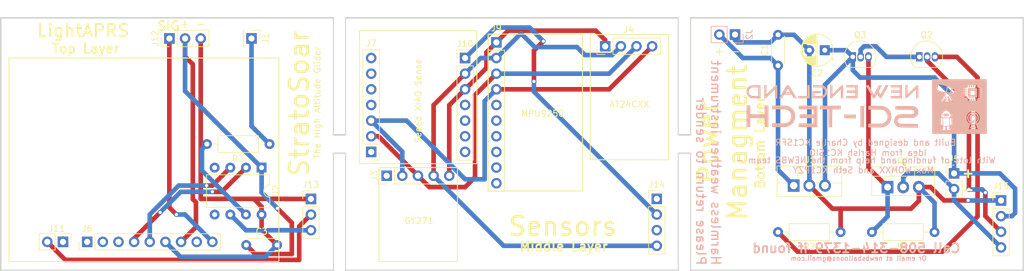
<source format=kicad_pcb>
(kicad_pcb (version 20211014) (generator pcbnew)
  (layers (0 "F.Cu" signal) (31 "B.Cu" signal) (34 "B.Paste" user) (35 "F.Paste" user) (36 "B.SilkS" user "B.Silkscreen") (37 "F.SilkS" user "F.Silkscreen") (38 "B.Mask" user) (39 "F.Mask" user) (44 "Edge.Cuts" user))
  (net 0 "")
  (net 1 "VIN")
  (net 2 "CameraGND")
  (net 3 "CameraVIN")
  (net 5 "SDA1")
  (net 6 "SCL1")
  (net 7 "Net-(J10-Pad3)")
  (net 8 "SIG")
  (net 11 "SDA")
  (net 12 "SCL")
  (net 13 "+3.3V")
  (net 30 "Net-(Q1-Pad1)")
  (net 31 "Net-(Q2-Pad1)")
  (net 32 "Net-(Q2-Pad3)")
  (net 36 "Net-(U2-Pad7)")
  (net 37 "SIG1")
  (net 38 "Net-(J1-Pad1)")
  (footprint "Resistor_THT:R_Axial_DIN0207_L6.3mm_D2.5mm_P10.16mm_Horizontal" (layer "F.Cu") (at 41.275 139.7 180)
    (fp_text reference "R3" (at 5.08 -2.37) (layer "F.SilkS"))
    (fp_text value "5.1K")
    (pad "1" thru_hole circle (at 0 0 180) (size 1.6 1.6) (drill 0.8) (layers *.Cu *.Mask) (net 38 "Net-(J1-Pad1)"))
    (pad "2" thru_hole oval (at 10.16 0 180) (size 1.6 1.6) (drill 0.8) (layers *.Cu *.Mask) (net 36 "Net-(U2-Pad7)"))
  )
  (footprint "Capacitor_THT:CP_Radial_D5.0mm_P2.50mm" (layer "F.Cu") (at 131.405 124.46 180)
    (fp_text reference "C2" (at 1.25 -3.75) (layer "F.SilkS"))
    (fp_text value "22uF")
    (pad "1" thru_hole rect (at 0 0 180) (size 1.6 1.6) (drill 0.8) (layers *.Cu *.Mask) (net 3 "CameraVIN"))
    (pad "2" thru_hole circle (at 2.5 0 180) (size 1.6 1.6) (drill 0.8) (layers *.Cu *.Mask) (net 2 "CameraGND"))
  )
  (footprint "Package_TO_SOT_THT:TO-92L_Inline" (layer "F.Cu") (at 146.755 125.545)
    (fp_text reference "Q2" (at 1.19 -3.56) (layer "F.SilkS"))
    (fp_text value "BC547")
    (pad "1" thru_hole rect (at 0 0) (size 1.05 1.5) (drill 0.75) (layers *.Cu *.Mask) (net 31 "Net-(Q2-Pad1)"))
    (pad "2" thru_hole oval (at 1.27 0) (size 1.05 1.5) (drill 0.75) (layers *.Cu *.Mask) (net 37 "SIG1"))
    (pad "3" thru_hole oval (at 2.54 0) (size 1.05 1.5) (drill 0.75) (layers *.Cu *.Mask) (net 32 "Net-(Q2-Pad3)"))
  )
  (footprint "Connector_PinHeader_2.54mm:PinHeader_1x04_P2.54mm_Vertical" (layer "F.Cu") (at 104.14 148.59)
    (fp_text reference "J14" (at 0 -2.33) (layer "F.SilkS"))
    (fp_text value "secondLayer")
    (pad "1" thru_hole rect (at 0 0) (size 1.7 1.7) (drill 1) (layers *.Cu *.Mask) (net 2 "CameraGND"))
    (pad "2" thru_hole oval (at 0 2.54) (size 1.7 1.7) (drill 1) (layers *.Cu *.Mask) (net 3 "CameraVIN"))
    (pad "3" thru_hole oval (at 0 5.08) (size 1.7 1.7) (drill 1) (layers *.Cu *.Mask) (net 37 "SIG1"))
    (pad "4" thru_hole oval (at 0 7.62) (size 1.7 1.7) (drill 1) (layers *.Cu *.Mask) (net 2 "CameraGND"))
  )
  (footprint "Connector_PinHeader_2.54mm:PinHeader_1x02_P2.54mm_Vertical" (layer "F.Cu") (at 7.752 155.575 -90)
    (fp_text reference "J11" (at -2.159 1.021) (layer "F.SilkS"))
    (fp_text value "APRSPower")
    (pad "1" thru_hole rect (at 0 0 270) (size 1.7 1.7) (drill 1) (layers *.Cu *.Mask) (net 2 "CameraGND"))
    (pad "2" thru_hole oval (at 0 2.54 270) (size 1.7 1.7) (drill 1) (layers *.Cu *.Mask) (net 3 "CameraVIN"))
  )
  (footprint "Connector_PinHeader_2.54mm:PinHeader_1x04_P2.54mm_Vertical" (layer "F.Cu") (at 160.02 148.854)
    (fp_text reference "J15" (at 0 -2.33) (layer "F.SilkS"))
    (fp_text value "firstLayer")
    (pad "1" thru_hole rect (at 0 0) (size 1.7 1.7) (drill 1) (layers *.Cu *.Mask) (net 2 "CameraGND"))
    (pad "2" thru_hole oval (at 0 2.54) (size 1.7 1.7) (drill 1) (layers *.Cu *.Mask) (net 3 "CameraVIN"))
    (pad "3" thru_hole oval (at 0 5.08) (size 1.7 1.7) (drill 1) (layers *.Cu *.Mask) (net 37 "SIG1"))
    (pad "4" thru_hole oval (at 0 7.62) (size 1.7 1.7) (drill 1) (layers *.Cu *.Mask) (net 2 "CameraGND"))
  )
  (footprint "Package_TO_SOT_THT:TO-220F-3_Vertical" (layer "F.Cu") (at 126.365 146.4275)
    (fp_text reference "U1" (at 2.54 -4.1675) (layer "F.SilkS"))
    (fp_text value "BA50DD0T")
    (pad "1" thru_hole rect (at 0 0) (size 1.905 2) (drill 1.2) (layers *.Cu *.Mask) (net 1 "VIN"))
    (pad "2" thru_hole oval (at 2.54 0) (size 1.905 2) (drill 1.2) (layers *.Cu *.Mask) (net 2 "CameraGND"))
    (pad "3" thru_hole oval (at 5.08 0) (size 1.905 2) (drill 1.2) (layers *.Cu *.Mask) (net 3 "CameraVIN"))
  )
  (footprint "Capacitor_THT:C_Disc_D4.3mm_W1.9mm_P5.00mm" (layer "F.Cu") (at 123.825 126.96 90)
    (fp_text reference "C1" (at 2.5 -2.2 90) (layer "F.SilkS"))
    (fp_text value "0.47uF")
    (pad "1" thru_hole circle (at 0 0 90) (size 1.6 1.6) (drill 0.8) (layers *.Cu *.Mask) (net 1 "VIN"))
    (pad "2" thru_hole circle (at 5 0 90) (size 1.6 1.6) (drill 0.8) (layers *.Cu *.Mask) (net 2 "CameraGND"))
  )
  (footprint "Connector_PinHeader_2.54mm:PinHeader_1x04_P2.54mm_Vertical" (layer "F.Cu") (at 95.768 123.825 90)
    (fp_text reference "J4" (at 2.667 3.8 180) (layer "F.SilkS"))
    (fp_text value "EEPROM")
    (pad "1" thru_hole rect (at 0 0 90) (size 1.7 1.7) (drill 1) (layers *.Cu *.Mask) (net 7 "Net-(J10-Pad3)"))
    (pad "2" thru_hole oval (at 0 2.54 90) (size 1.7 1.7) (drill 1) (layers *.Cu *.Mask) (net 2 "CameraGND"))
    (pad "3" thru_hole oval (at 0 5.08 90) (size 1.7 1.7) (drill 1) (layers *.Cu *.Mask) (net 6 "SCL1"))
    (pad "4" thru_hole oval (at 0 7.62 90) (size 1.7 1.7) (drill 1) (layers *.Cu *.Mask) (net 5 "SDA1"))
  )
  (footprint "Connector_PinHeader_2.54mm:PinHeader_1x07_P2.54mm_Vertical" (layer "F.Cu") (at 57.785 140.97 180)
    (fp_text reference "J7" (at 0 17.653) (layer "F.SilkS"))
    (fp_text value "seeedLeftSide")
    (pad "1" thru_hole rect (at 0 0 180) (size 1.7 1.7) (drill 1) (layers *.Cu *.Mask))
    (pad "2" thru_hole oval (at 0 2.54 180) (size 1.7 1.7) (drill 1) (layers *.Cu *.Mask) (net 6 "SCL1"))
    (pad "3" thru_hole oval (at 0 5.08 180) (size 1.7 1.7) (drill 1) (layers *.Cu *.Mask) (net 5 "SDA1"))
    (pad "4" thru_hole oval (at 0 7.62 180) (size 1.7 1.7) (drill 1) (layers *.Cu *.Mask))
    (pad "5" thru_hole oval (at 0 10.16 180) (size 1.7 1.7) (drill 1) (layers *.Cu *.Mask))
    (pad "6" thru_hole oval (at 0 12.7 180) (size 1.7 1.7) (drill 1) (layers *.Cu *.Mask))
    (pad "7" thru_hole oval (at 0 15.24 180) (size 1.7 1.7) (drill 1) (layers *.Cu *.Mask))
  )
  (footprint "Package_TO_SOT_THT:TO-220-3_Vertical" (layer "F.Cu") (at 141.605 146.6775)
    (fp_text reference "Q1" (at 2.54 -4.27) (layer "F.SilkS"))
    (fp_text value "30N06L")
    (pad "1" thru_hole rect (at 0 0) (size 1.905 2) (drill 1.1) (layers *.Cu *.Mask) (net 30 "Net-(Q1-Pad1)"))
    (pad "2" thru_hole oval (at 2.54 0) (size 1.905 2) (drill 1.1) (layers *.Cu *.Mask) (net 2 "CameraGND"))
    (pad "3" thru_hole oval (at 5.08 0) (size 1.905 2) (drill 1.1) (layers *.Cu *.Mask) (net 2 "CameraGND"))
  )
  (footprint "Connector_PinHeader_2.54mm:PinHeader_1x07_P2.54mm_Vertical" (layer "F.Cu") (at 73.025 125.73)
    (fp_text reference "J10" (at 0 -2.33) (layer "F.SilkS"))
    (fp_text value "seeedRightSide")
    (pad "1" thru_hole rect (at 0 0) (size 1.7 1.7) (drill 1) (layers *.Cu *.Mask) (net 3 "CameraVIN"))
    (pad "2" thru_hole oval (at 0 2.54) (size 1.7 1.7) (drill 1) (layers *.Cu *.Mask) (net 2 "CameraGND"))
    (pad "3" thru_hole oval (at 0 5.08) (size 1.7 1.7) (drill 1) (layers *.Cu *.Mask) (net 7 "Net-(J10-Pad3)"))
    (pad "4" thru_hole oval (at 0 7.62) (size 1.7 1.7) (drill 1) (layers *.Cu *.Mask))
    (pad "5" thru_hole oval (at 0 10.16) (size 1.7 1.7) (drill 1) (layers *.Cu *.Mask))
    (pad "6" thru_hole oval (at 0 12.7) (size 1.7 1.7) (drill 1) (layers *.Cu *.Mask))
    (pad "7" thru_hole oval (at 0 15.24) (size 1.7 1.7) (drill 1) (layers *.Cu *.Mask))
  )
  (footprint "Connector_PinHeader_2.54mm:PinHeader_1x05_P2.54mm_Vertical" (layer "F.Cu") (at 60.295 144.84 90)
    (fp_text reference "J3" (at 0 -2.002 90) (layer "F.SilkS"))
    (fp_text value "Compass")
    (pad "1" thru_hole rect (at 0 0 90) (size 1.7 1.7) (drill 1) (layers *.Cu *.Mask))
    (pad "2" thru_hole oval (at 0 2.54 90) (size 1.7 1.7) (drill 1) (layers *.Cu *.Mask) (net 5 "SDA1"))
    (pad "3" thru_hole oval (at 0 5.08 90) (size 1.7 1.7) (drill 1) (layers *.Cu *.Mask) (net 6 "SCL1"))
    (pad "4" thru_hole oval (at 0 7.62 90) (size 1.7 1.7) (drill 1) (layers *.Cu *.Mask) (net 2 "CameraGND"))
    (pad "5" thru_hole oval (at 0 10.16 90) (size 1.7 1.7) (drill 1) (layers *.Cu *.Mask) (net 7 "Net-(J10-Pad3)"))
  )
  (footprint "Package_TO_SOT_THT:TO-92L_Inline" (layer "F.Cu") (at 135.96 125.545)
    (fp_text reference "Q3" (at 1.19 -3.56) (layer "F.SilkS"))
    (fp_text value "2N2907")
    (pad "1" thru_hole rect (at 0 0) (size 1.05 1.5) (drill 0.75) (layers *.Cu *.Mask) (net 3 "CameraVIN"))
    (pad "2" thru_hole oval (at 1.27 0) (size 1.05 1.5) (drill 0.75) (layers *.Cu *.Mask) (net 31 "Net-(Q2-Pad1)"))
    (pad "3" thru_hole oval (at 2.54 0) (size 1.05 1.5) (drill 0.75) (layers *.Cu *.Mask) (net 30 "Net-(Q1-Pad1)"))
  )
  (footprint "Connector_PinHeader_2.54mm:PinHeader_1x03_P2.54mm_Vertical" (layer "F.Cu") (at 25.034 122.555 90)
    (fp_text reference "J12" (at 0 -2.33 90) (layer "F.SilkS"))
    (fp_text value "Servo")
    (pad "1" thru_hole rect (at 0 0 90) (size 1.7 1.7) (drill 1) (layers *.Cu *.Mask) (net 8 "SIG"))
    (pad "2" thru_hole oval (at 0 2.54 90) (size 1.7 1.7) (drill 1) (layers *.Cu *.Mask) (net 13 "+3.3V"))
    (pad "3" thru_hole oval (at 0 5.08 90) (size 1.7 1.7) (drill 1) (layers *.Cu *.Mask) (net 2 "CameraGND"))
  )
  (footprint "Package_DIP:DIP-8_W7.62mm" (layer "F.Cu") (at 39.995 143.52 -90)
    (fp_text reference "U2" (at 3.81 -2.33 90) (layer "F.SilkS"))
    (fp_text value "Serial Wombat 4B")
    (pad "1" thru_hole rect (at 0 0 270) (size 1.6 1.6) (drill 0.8) (layers *.Cu *.Mask) (net 13 "+3.3V"))
    (pad "2" thru_hole oval (at 0 2.54 270) (size 1.6 1.6) (drill 0.8) (layers *.Cu *.Mask) (net 11 "SDA"))
    (pad "3" thru_hole oval (at 0 5.08 270) (size 1.6 1.6) (drill 0.8) (layers *.Cu *.Mask) (net 12 "SCL"))
    (pad "4" thru_hole oval (at 0 7.62 270) (size 1.6 1.6) (drill 0.8) (layers *.Cu *.Mask))
    (pad "5" thru_hole oval (at 7.62 7.62 270) (size 1.6 1.6) (drill 0.8) (layers *.Cu *.Mask))
    (pad "6" thru_hole oval (at 7.62 5.08 270) (size 1.6 1.6) (drill 0.8) (layers *.Cu *.Mask) (net 37 "SIG1"))
    (pad "7" thru_hole oval (at 7.62 2.54 270) (size 1.6 1.6) (drill 0.8) (layers *.Cu *.Mask) (net 36 "Net-(U2-Pad7)"))
    (pad "8" thru_hole oval (at 7.62 0 270) (size 1.6 1.6) (drill 0.8) (layers *.Cu *.Mask) (net 2 "CameraGND"))
  )
  (footprint "Connector_PinHeader_2.54mm:PinHeader_1x09_P2.54mm_Vertical" (layer "F.Cu") (at 11.684 155.575 90)
    (fp_text reference "J6" (at 2.159 0) (layer "F.SilkS"))
    (fp_text value "LightAPRS")
    (pad "1" thru_hole rect (at 0 0 90) (size 1.7 1.7) (drill 1) (layers *.Cu *.Mask))
    (pad "2" thru_hole oval (at 0 2.54 90) (size 1.7 1.7) (drill 1) (layers *.Cu *.Mask))
    (pad "3" thru_hole oval (at 0 5.08 90) (size 1.7 1.7) (drill 1) (layers *.Cu *.Mask))
    (pad "4" thru_hole oval (at 0 7.62 90) (size 1.7 1.7) (drill 1) (layers *.Cu *.Mask) (net 11 "SDA"))
    (pad "5" thru_hole oval (at 0 10.16 90) (size 1.7 1.7) (drill 1) (layers *.Cu *.Mask) (net 12 "SCL"))
    (pad "6" thru_hole oval (at 0 12.7 90) (size 1.7 1.7) (drill 1) (layers *.Cu *.Mask) (net 2 "CameraGND"))
    (pad "7" thru_hole oval (at 0 15.24 90) (size 1.7 1.7) (drill 1) (layers *.Cu *.Mask) (net 13 "+3.3V"))
    (pad "8" thru_hole oval (at 0 17.78 90) (size 1.7 1.7) (drill 1) (layers *.Cu *.Mask))
    (pad "9" thru_hole oval (at 0 20.32 90) (size 1.7 1.7) (drill 1) (layers *.Cu *.Mask) (net 8 "SIG"))
  )
  (footprint "Resistor_THT:R_Axial_DIN0207_L6.3mm_D2.5mm_P10.16mm_Horizontal" (layer "F.Cu") (at 133.985 153.9875 180)
    (fp_text reference "R2" (at 5.08 -2.37) (layer "F.SilkS"))
    (fp_text value "100K")
    (pad "1" thru_hole circle (at 0 0 180) (size 1.6 1.6) (drill 0.8) (layers *.Cu *.Mask) (net 2 "CameraGND"))
    (pad "2" thru_hole oval (at 10.16 0 180) (size 1.6 1.6) (drill 0.8) (layers *.Cu *.Mask) (net 32 "Net-(Q2-Pad3)"))
  )
  (footprint "Connector_PinHeader_2.54mm:PinHeader_1x01_P2.54mm_Vertical" (layer "F.Cu") (at 38.354 122.555 -90)
    (fp_text reference "J1" (at 0 -2.33 90) (layer "F.SilkS"))
    (fp_text value "ButtonTransistor")
    (pad "1" thru_hole rect (at 0 0 270) (size 1.7 1.7) (drill 1) (layers *.Cu *.Mask) (net 38 "Net-(J1-Pad1)"))
  )
  (footprint "Connector_PinHeader_2.54mm:PinHeader_1x02_P2.54mm_Vertical" (layer "F.Cu") (at 152.4 144.4575)
    (fp_text reference "J5" (at 0 -2.33) (layer "F.SilkS"))
    (fp_text value "Cam")
    (pad "1" thru_hole rect (at 0 0) (size 1.7 1.7) (drill 1) (layers *.Cu *.Mask) (net 3 "CameraVIN"))
    (pad "2" thru_hole oval (at 0 2.54) (size 1.7 1.7) (drill 1) (layers *.Cu *.Mask) (net 2 "CameraGND"))
  )
  (footprint "Capacitor_THT:C_Disc_D4.3mm_W1.9mm_P5.00mm" (layer "F.Cu") (at 37.505 156.083)
    (fp_text reference "C3" (at 2.5 -2.2) (layer "F.SilkS"))
    (fp_text value "0.1uF")
    (pad "1" thru_hole circle (at 0 0) (size 1.6 1.6) (drill 0.8) (layers *.Cu *.Mask) (net 13 "+3.3V"))
    (pad "2" thru_hole circle (at 5 0) (size 1.6 1.6) (drill 0.8) (layers *.Cu *.Mask) (net 2 "CameraGND"))
  )
  (footprint "Connector_PinHeader_2.54mm:PinHeader_1x03_P2.54mm_Vertical" (layer "F.Cu") (at 48.006 148.605)
    (fp_text reference "J13" (at 0 -2.33) (layer "F.SilkS"))
    (fp_text value "Conn_01x03")
    (pad "1" thru_hole rect (at 0 0) (size 1.7 1.7) (drill 1) (layers *.Cu *.Mask) (net 2 "CameraGND"))
    (pad "2" thru_hole oval (at 0 2.54) (size 1.7 1.7) (drill 1) (layers *.Cu *.Mask) (net 3 "CameraVIN"))
    (pad "3" thru_hole oval (at 0 5.08) (size 1.7 1.7) (drill 1) (layers *.Cu *.Mask) (net 37 "SIG1"))
  )
  (footprint "Resistor_THT:R_Axial_DIN0207_L6.3mm_D2.5mm_P10.16mm_Horizontal" (layer "F.Cu") (at 149.225 153.9875 180)
    (fp_text reference "R1" (at 5.08 -2.37) (layer "F.SilkS"))
    (fp_text value "100K")
    (pad "1" thru_hole circle (at 0 0 180) (size 1.6 1.6) (drill 0.8) (layers *.Cu *.Mask) (net 2 "CameraGND"))
    (pad "2" thru_hole oval (at 10.16 0 180) (size 1.6 1.6) (drill 0.8) (layers *.Cu *.Mask) (net 30 "Net-(Q1-Pad1)"))
  )
  (footprint "Connector_PinHeader_2.54mm:PinHeader_1x10_P2.54mm_Vertical" (layer "F.Cu") (at 78.105 123.19)
    (fp_text reference "J9" (at 0 -2.33) (layer "F.SilkS"))
    (fp_text value "MPU9250")
    (pad "1" thru_hole rect (at 0 0) (size 1.7 1.7) (drill 1) (layers *.Cu *.Mask) (net 7 "Net-(J10-Pad3)"))
    (pad "2" thru_hole oval (at 0 2.54) (size 1.7 1.7) (drill 1) (layers *.Cu *.Mask) (net 2 "CameraGND"))
    (pad "3" thru_hole oval (at 0 5.08) (size 1.7 1.7) (drill 1) (layers *.Cu *.Mask) (net 6 "SCL1"))
    (pad "4" thru_hole oval (at 0 7.62) (size 1.7 1.7) (drill 1) (layers *.Cu *.Mask) (net 5 "SDA1"))
    (pad "5" thru_hole oval (at 0 10.16) (size 1.7 1.7) (drill 1) (layers *.Cu *.Mask))
    (pad "6" thru_hole oval (at 0 12.7) (size 1.7 1.7) (drill 1) (layers *.Cu *.Mask))
    (pad "7" thru_hole oval (at 0 15.24) (size 1.7 1.7) (drill 1) (layers *.Cu *.Mask))
    (pad "8" thru_hole oval (at 0 17.78) (size 1.7 1.7) (drill 1) (layers *.Cu *.Mask))
    (pad "9" thru_hole oval (at 0 20.32) (size 1.7 1.7) (drill 1) (layers *.Cu *.Mask))
    (pad "10" thru_hole oval (at 0 22.86) (size 1.7 1.7) (drill 1) (layers *.Cu *.Mask))
  )
  (footprint "LOGO" (layer "B.Cu") (at 137.795 133.581562 180)
    (fp_text reference "G***" hide)
    (fp_text value "LOGO" hide)
  )
  (footprint "Connector_PinHeader_2.54mm:PinHeader_1x02_P2.54mm_Vertical" (layer "B.Cu") (at 116.84 121.92 90)
    (fp_text reference "J2" (at 0 2.33 90) (layer "B.SilkS") (effects (justify mirror)))
    (fp_text value "Battery")
    (pad "1" thru_hole rect (at 0 0 90) (size 1.7 1.7) (drill 1) (layers *.Cu *.Mask) (net 2 "CameraGND"))
    (pad "2" thru_hole oval (at 0 -2.54 90) (size 1.7 1.7) (drill 1) (layers *.Cu *.Mask) (net 1 "VIN"))
  )
  (gr_rect (start -1.016 158.75) (end 42.799 125.73) (layer "F.SilkS") (width 0.15) (fill none))
  (gr_rect (start 106.045 121.92) (end 93.345 142.24) (layer "F.SilkS") (width 0.15) (fill none))
  (gr_rect (start 71.785 143.51) (end 59.055 158.75) (layer "F.SilkS") (width 0.15) (fill none))
  (gr_line (start 116.459 124.714) (end 117.348 124.714) (layer "F.SilkS") (width 0.15))
  (gr_rect (start 76.775 121.86) (end 92.075 147.32) (layer "F.SilkS") (width 0.15) (fill none))
  (gr_line (start 27.051 120.269) (end 28.067 120.269) (layer "F.SilkS") (width 0.15))
  (gr_line (start 27.559 119.6975) (end 27.559 120.8405) (layer "F.SilkS") (width 0.15))
  (gr_rect (start 55.88 121.285) (end 74.93 142.875) (layer "F.SilkS") (width 0.15) (fill none))
  (gr_line (start 114.3 124.206) (end 114.3 125.222) (layer "F.SilkS") (width 0.15))
  (gr_line (start 29.591 120.269) (end 30.607 120.269) (layer "F.SilkS") (width 0.15))
  (gr_line (start 114.808 124.714) (end 113.792 124.714) (layer "F.SilkS") (width 0.15))
  (gr_line (start 53.626665 141.19999) (end 53.626665 160.199992) (layer "Edge.Cuts") (width 0.15646))
  (gr_line (start 51.663351 138.199996) (end 53.626665 138.200001) (layer "Edge.Cuts") (width 0.264582))
  (gr_line (start 107.626665 119.199994) (end 107.626665 138.19999) (layer "Edge.Cuts") (width 0.15646))
  (gr_line (start 163.62665 160.200007) (end 163.62665 119.199994) (layer "Edge.Cuts") (width 0.229836))
  (gr_line (start 107.626665 141.19999) (end 107.626665 160.199992) (layer "Edge.Cuts") (width 0.15646))
  (gr_line (start 53.626665 160.199992) (end 107.626665 160.199992) (layer "Edge.Cuts") (width 0.263767))
  (gr_line (start 163.62665 119.199994) (end 109.626665 119.199994) (layer "Edge.Cuts") (width 0.263767))
  (gr_line (start 107.626665 138.19999) (end 109.626665 138.199996) (layer "Edge.Cuts") (width 0.264582))
  (gr_line (start 109.626665 160.200007) (end 109.626665 141.199996) (layer "Edge.Cuts") (width 0.15646))
  (gr_line (start 109.626665 138.199996) (end 109.626665 119.199994) (layer "Edge.Cuts") (width 0.15646))
  (gr_line (start 107.626665 141.19999) (end 109.626665 141.199996) (layer "Edge.Cuts") (width 0.264582))
  (gr_line (start -2.336649 119.199994) (end -2.336649 160.199996) (layer "Edge.Cuts") (width 0.229836))
  (gr_line (start 53.626665 119.199994) (end 107.626665 119.199994) (layer "Edge.Cuts") (width 0.263767))
  (gr_line (start 163.62665 160.200007) (end 109.626665 160.200007) (layer "Edge.Cuts") (width 0.263767))
  (gr_line (start 53.626665 119.199994) (end 53.626665 138.199999) (layer "Edge.Cuts") (width 0.15646))
  (gr_line (start -2.336649 160.199996) (end 51.663351 160.199996) (layer "Edge.Cuts") (width 0.263767))
  (gr_line (start -2.336649 119.199994) (end 51.663351 119.199994) (layer "Edge.Cuts") (width 0.263767))
  (gr_line (start 51.663351 141.199996) (end 51.663351 160.199996) (layer "Edge.Cuts") (width 0.15646))
  (gr_line (start 51.663351 119.199994) (end 51.663351 138.199996) (layer "Edge.Cuts") (width 0.15646))
  (gr_line (start 51.663351 141.199996) (end 53.626665 141.19999) (layer "Edge.Cuts") (width 0.264582))
  (gr_text "Built and designed by Charlie KC1SFR" (at 138.049 139.446) (layer "B.SilkS") (effects (font (size 1 1)) (justify mirror)))
  (gr_text "Harmless weather instrument\nPlease return to sender" (at 112.522 159.512 270) (layer "B.SilkS") (effects (font (size 1.5 1.5) (thickness 0.23)) (justify left mirror)))
  (gr_text "Call 508-314-1379 if found" (at 136.525 156.591) (layer "B.SilkS") (effects (font (size 1.5 1.5) (thickness 0.3)) (justify mirror)))
  (gr_text "Idea from Harish KC1SIO" (at 138.43 141.097) (layer "B.SilkS") (effects (font (size 1 1)) (justify mirror)))
  (gr_text "Or email at newbsballoons@gmail.com" (at 136.906 158.242) (layer "B.SilkS") (effects (font (size 0.75 0.75)) (justify mirror)))
  (gr_text "With lots of funding and help from the NEWBS team - \nMax WOMXX and Seth KC1PZY" (at 137.668 143.129) (layer "B.SilkS") (effects (font (size 1 1)) (justify mirror)))
  (gr_text "Middle Layer" (at 89.027 156.337) (layer "F.SilkS") (effects (font (size 1.5 1.5) (thickness 0.3))))
  (gr_text "LightAPRS" (at 11.049 121.285) (layer "F.SilkS") (effects (font (size 2 2) (thickness 0.3))))
  (gr_text "AT24CXX" (at 99.695 133.223) (layer "F.SilkS") (effects (font (size 1 1))))
  (gr_text "Seeed XIAO Sense" (at 65.405 132.715 90) (layer "F.SilkS") (effects (font (size 1 1))))
  (gr_text "Bottom Layer" (at 120.904 139.446 90) (layer "F.SilkS") (effects (font (size 1.5 1.5) (thickness 0.3))))
  (gr_text "The High Altitude Glider" (at 49.022 132.969 90) (layer "F.SilkS") (effects (font (size 1 1))))
  (gr_text "StratoSoar" (at 46.101 133.096 90) (layer "F.SilkS") (effects (font (size 3 3) (thickness 0.45))))
  (gr_text "SIG" (at 24.892 120.523) (layer "F.SilkS") (effects (font (size 1.5 1.5) (thickness 0.3))))
  (gr_text "GY271" (at 65.532 152.146) (layer "F.SilkS") (effects (font (size 1 1))))
  (gr_text "MPU9250" (at 85.598 134.747) (layer "F.SilkS") (effects (font (size 1 1))))
  (gr_text "Top Layer" (at 11.43 124.206) (layer "F.SilkS") (effects (font (size 1.5 1.5) (thickness 0.3))))
  (gr_text "Power\nManagment" (at 114.808 139.446 90) (layer "F.SilkS") (effects (font (size 3 3) (thickness 0.45))))
  (gr_text "Sensors" (at 88.9 153.035) (layer "F.SilkS") (effects (font (size 3 3) (thickness 0.45))))
  (gr_text "-" (at 154.686 147.066) (layer "F.SilkS") (effects (font (size 1.5 1.5) (thickness 0.3))))
  (gr_text "+" (at 154.686 144.399) (layer "F.SilkS") (effects (font (size 1.5 1.5) (thickness 0.3))))
  (segment (start 123.825 143.8875) (end 126.365 146.4275) (width 0.75) (layer "B.Cu") (net 1))
  (segment (start 114.3 121.92) (end 118.11 125.73) (width 0.75) (layer "B.Cu") (net 1))
  (segment (start 123.825 126.96) (end 123.825 143.8875) (width 0.75) (layer "B.Cu") (net 1))
  (segment (start 118.11 125.73) (end 122.595 125.73) (width 0.75) (layer "B.Cu") (net 1))
  (segment (start 122.595 125.73) (end 123.825 126.96) (width 0.75) (layer "B.Cu") (net 1))
  (segment (start 44.069 148.59) (end 43.942 148.59) (width 0.75) (layer "F.Cu") (net 2))
  (segment (start 39.995 151.14) (end 39.995 153.573) (width 0.75) (layer "F.Cu") (net 2))
  (segment (start 132.655 150.1775) (end 133.985 150.1775) (width 0.75) (layer "F.Cu") (net 2))
  (segment (start 43.942 148.59) (end 38.735 148.59) (width 0.75) (layer "F.Cu") (net 2))
  (segment (start 73.025 128.27) (end 67.915 133.38) (width 0.75) (layer "F.Cu") (net 2))
  (segment (start 39.995 149.85) (end 39.995 151.14) (width 0.75) (layer "F.Cu") (net 2))
  (segment (start 133.985 150.1775) (end 145.415 150.1775) (width 0.75) (layer "F.Cu") (net 2))
  (segment (start 146.685 148.9075) (end 146.685 146.6775) (width 0.75) (layer "F.Cu") (net 2))
  (segment (start 7.752 155.042) (end 7.752 155.575) (width 0.75) (layer "F.Cu") (net 2))
  (segment (start 30.114 122.555) (end 30.114 148.575) (width 0.75) (layer "F.Cu") (net 2))
  (segment (start 154.686 148.844) (end 150.749 148.844) (width 0.75) (layer "F.Cu") (net 2))
  (segment (start 38.735 148.59) (end 39.995 149.85) (width 0.75) (layer "F.Cu") (net 2))
  (segment (start 145.415 150.1775) (end 146.685 148.9075) (width 0.75) (layer "F.Cu") (net 2))
  (segment (start 38.735 148.59) (end 30.129 148.59) (width 0.75) (layer "F.Cu") (net 2))
  (segment (start 128.905 146.4275) (end 132.655 150.1775) (width 0.75) (layer "F.Cu") (net 2))
  (segment (start 43.957 148.605) (end 43.942 148.59) (width 0.75) (layer "F.Cu") (net 2))
  (segment (start 67.915 133.38) (end 67.915 144.84) (width 0.75) (layer "F.Cu") (net 2))
  (segment (start 48.006 148.605) (end 43.957 148.605) (width 0.75) (layer "F.Cu") (net 2))
  (segment (start 39.995 153.573) (end 42.505 156.083) (width 0.75) (layer "F.Cu") (net 2))
  (segment (start 150.749 148.844) (end 148.5825 146.6775) (width 0.75) (layer "F.Cu") (net 2))
  (segment (start 148.5825 146.6775) (end 146.685 146.6775) (width 0.75) (layer "F.Cu") (net 2))
  (segment (start 133.985 153.9875) (end 133.985 150.1775) (width 0.75) (layer "F.Cu") (net 2))
  (segment (start 30.129 148.59) (end 30.114 148.575) (width 0.75) (layer "F.Cu") (net 2))
  (via (at 154.686 148.844) (size 0.75) (drill 0.5) (layers "F.Cu" "B.Cu") (net 2))
  (segment (start 26.802707 157.993707) (end 24.384 155.575) (width 0.75) (layer "B.Cu") (net 2))
  (segment (start 84.3241 123.952) (end 82.10355 121.73145) (width 0.75) (layer "B.Cu") (net 2))
  (segment (start 149.225 153.9875) (end 149.225 149.2175) (width 0.75) (layer "B.Cu") (net 2))
  (segment (start 42.505 156.083) (end 40.594293 157.993707) (width 0.75) (layer "B.Cu") (net 2))
  (segment (start 40.594293 157.993707) (end 26.802707 157.993707) (width 0.75) (layer "B.Cu") (net 2))
  (segment (start 92.484 125.25) (end 91.186 123.952) (width 0.75) (layer "B.Cu") (net 2))
  (segment (start 78.105 125.73) (end 75.565 125.73) (width 0.75) (layer "B.Cu") (net 2))
  (segment (start 128.905 124.46) (end 128.905 146.4275) (width 0.75) (layer "B.Cu") (net 2))
  (segment (start 152.4 146.9975) (end 149.865 144.4625) (width 0.75) (layer "B.Cu") (net 2))
  (segment (start 104.14 156.21) (end 79.285 156.21) (width 0.75) (layer "B.Cu") (net 2))
  (segment (start 75.565 125.73) (end 73.025 128.27) (width 0.75) (layer "B.Cu") (net 2))
  (segment (start 79.285 156.21) (end 67.915 144.84) (width 0.75) (layer "B.Cu") (net 2))
  (segment (start 122.595 123.19) (end 117.221 123.19) (width 0.75) (layer "B.Cu") (net 2))
  (segment (start 149.225 149.2175) (end 146.685 146.6775) (width 0.75) (layer "B.Cu") (net 2))
  (segment (start 91.186 123.952) (end 84.3241 123.952) (width 0.75) (layer "B.Cu") (net 2))
  (segment (start 149.865 144.4625) (end 144.78 144.4625) (width 0.75) (layer "B.Cu") (net 2))
  (segment (start 144.145 145.0975) (end 144.145 146.6775) (width 0.75) (layer "B.Cu") (net 2))
  (segment (start 116.84 122.809) (end 116.84 121.92) (width 0.75) (layer "B.Cu") (net 2))
  (segment (start 117.221 123.19) (end 116.84 122.809) (width 0.75) (layer "B.Cu") (net 2))
  (segment (start 154.696 148.854) (end 154.686 148.844) (width 0.75) (layer "B.Cu") (net 2))
  (segment (start 98.308 123.825) (end 96.883 125.25) (width 0.75) (layer "B.Cu") (net 2))
  (segment (start 82.10355 121.73145) (end 78.105 125.73) (width 0.75) (layer "B.Cu") (net 2))
  (segment (start 160.02 156.474) (end 152.4 148.854) (width 0.75) (layer "B.Cu") (net 2))
  (segment (start 96.883 125.25) (end 92.484 125.25) (width 0.75) (layer "B.Cu") (net 2))
  (segment (start 152.4 148.854) (end 152.4 146.9975) (width 0.75) (layer "B.Cu") (net 2))
  (segment (start 144.78 144.4625) (end 144.145 145.0975) (width 0.75) (layer "B.Cu") (net 2))
  (segment (start 160.02 148.854) (end 154.696 148.854) (width 0.75) (layer "B.Cu") (net 2))
  (segment (start 123.825 121.96) (end 126.405 121.96) (width 0.75) (layer "B.Cu") (net 2))
  (segment (start 126.405 121.96) (end 128.905 124.46) (width 0.75) (layer "B.Cu") (net 2))
  (segment (start 123.825 121.96) (end 122.595 123.19) (width 0.75) (layer "B.Cu") (net 2))
  (segment (start 84.201 124.5265) (end 84.201 129.54) (width 0.75) (layer "F.Cu") (net 3))
  (segment (start 85.725 123.0025) (end 84.201 124.5265) (width 0.75) (layer "F.Cu") (net 3))
  (segment (start 46.101 158.496) (end 8.133 158.496) (width 0.75) (layer "F.Cu") (net 3))
  (segment (start 8.133 158.496) (end 5.212 155.575) (width 0.75) (layer "F.Cu") (net 3))
  (segment (start 48.006 151.145) (end 46.101 153.05) (width 0.75) (layer "F.Cu") (net 3))
  (segment (start 46.101 153.05) (end 46.101 158.496) (width 0.75) (layer "F.Cu") (net 3))
  (via (at 85.725 123.0025) (size 0.75) (drill 0.5) (layers "F.Cu" "B.Cu") (net 3))
  (via (at 84.201 129.54) (size 0.75) (drill 0.5) (layers "F.Cu" "B.Cu") (net 3))
  (segment (start 161.788 151.394) (end 160.02 151.394) (width 0.75) (layer "B.Cu") (net 3))
  (segment (start 135.96 127.705) (end 135.96 125.545) (width 0.75) (layer "B.Cu") (net 3))
  (segment (start 137.16 128.905) (end 135.96 127.705) (width 0.75) (layer "B.Cu") (net 3))
  (segment (start 162.306 146.939) (end 162.306 150.876) (width 0.75) (layer "B.Cu") (net 3))
  (segment (start 83.50395 120.78145) (end 77.97355 120.78145) (width 0.75) (layer "B.Cu") (net 3))
  (segment (start 104.14 151.13) (end 84.201 131.191) (width 0.75) (layer "B.Cu") (net 3))
  (segment (start 159.8245 144.4575) (end 162.306 146.939) (width 0.75) (layer "B.Cu") (net 3))
  (segment (start 149.23 128.905) (end 137.16 128.905) (width 0.75) (layer "B.Cu") (net 3))
  (segment (start 131.445 146.4275) (end 131.445 130.06) (width 0.75) (layer "B.Cu") (net 3))
  (segment (start 84.201 131.191) (end 84.201 129.54) (width 0.75) (layer "B.Cu") (net 3))
  (segment (start 131.445 130.06) (end 135.96 125.545) (width 0.75) (layer "B.Cu") (net 3))
  (segment (start 149.23 128.905) (end 152.4 132.075) (width 0.75) (layer "B.Cu") (net 3))
  (segment (start 131.405 146.3875) (end 131.445 146.4275) (width 0.75) (layer "B.Cu") (net 3))
  (segment (start 152.4 132.075) (end 152.4 144.4575) (width 0.75) (layer "B.Cu") (net 3))
  (segment (start 134.875 124.46) (end 135.96 125.545) (width 0.75) (layer "B.Cu") (net 3))
  (segment (start 152.4 144.4575) (end 159.8245 144.4575) (width 0.75) (layer "B.Cu") (net 3))
  (segment (start 162.306 150.876) (end 161.788 151.394) (width 0.75) (layer "B.Cu") (net 3))
  (segment (start 77.97355 120.78145) (end 73.025 125.73) (width 0.75) (layer "B.Cu") (net 3))
  (segment (start 85.725 123.0025) (end 83.50395 120.78145) (width 0.75) (layer "B.Cu") (net 3))
  (segment (start 131.405 124.46) (end 134.875 124.46) (width 0.75) (layer "B.Cu") (net 3))
  (segment (start 103.388 123.825) (end 96.403 130.81) (width 0.75) (layer "F.Cu") (net 5))
  (segment (start 96.403 130.81) (end 78.105 130.81) (width 0.75) (layer "F.Cu") (net 5))
  (segment (start 78.105 130.81) (end 76.2 132.715) (width 0.75) (layer "B.Cu") (net 5))
  (segment (start 73.045255 145.415) (end 63.520255 135.89) (width 0.75) (layer "B.Cu") (net 5))
  (segment (start 76.2 132.715) (end 76.2 145.415) (width 0.75) (layer "B.Cu") (net 5))
  (segment (start 62.835 140.94) (end 62.835 144.84) (width 0.75) (layer "B.Cu") (net 5))
  (segment (start 63.520255 135.89) (end 57.785 135.89) (width 0.75) (layer "B.Cu") (net 5))
  (segment (start 57.785 135.89) (end 62.835 140.94) (width 0.75) (layer "B.Cu") (net 5))
  (segment (start 76.2 145.415) (end 73.045255 145.415) (width 0.75) (layer "B.Cu") (net 5))
  (segment (start 73.025 146.685) (end 67.22 146.685) (width 0.75) (layer "F.Cu") (net 6))
  (segment (start 67.22 146.685) (end 65.375 144.84) (width 0.75) (layer "F.Cu") (net 6))
  (segment (start 58.965 138.43) (end 57.785 138.43) (width 0.75) (layer "F.Cu") (net 6))
  (segment (start 78.105 128.27) (end 74.644275 131.730725) (width 0.75) (layer "F.Cu") (net 6))
  (segment (start 74.644275 145.065725) (end 73.025 146.685) (width 0.75) (layer "F.Cu") (net 6))
  (segment (start 74.644275 131.730725) (end 74.644275 145.065725) (width 0.75) (layer "F.Cu") (net 6))
  (segment (start 65.375 144.84) (end 58.965 138.43) (width 0.75) (layer "F.Cu") (net 6))
  (segment (start 100.848 123.825) (end 96.403 128.27) (width 0.75) (layer "B.Cu") (net 6))
  (segment (start 96.403 128.27) (end 78.105 128.27) (width 0.75) (layer "B.Cu") (net 6))
  (segment (start 76.485725 127.349275) (end 76.485725 124.809275) (width 0.75) (layer "F.Cu") (net 7))
  (segment (start 70.455 144.84) (end 70.455 133.38) (width 0.75) (layer "F.Cu") (net 7))
  (segment (start 78.105 123.19) (end 80.01 121.285) (width 0.75) (layer "F.Cu") (net 7))
  (segment (start 70.455 133.38) (end 73.025 130.81) (width 0.75) (layer "F.Cu") (net 7))
  (segment (start 76.485725 124.809275) (end 78.105 123.19) (width 0.75) (layer "F.Cu") (net 7))
  (segment (start 80.01 121.285) (end 94.234 121.285) (width 0.75) (layer "F.Cu") (net 7))
  (segment (start 95.768 122.819) (end 95.768 123.825) (width 0.75) (layer "F.Cu") (net 7))
  (segment (start 73.025 130.81) (end 76.485725 127.349275) (width 0.75) (layer "F.Cu") (net 7))
  (segment (start 94.234 121.285) (end 95.768 122.819) (width 0.75) (layer "F.Cu") (net 7))
  (segment (start 26.162 151.13) (end 25.019 149.987) (width 0.75) (layer "F.Cu") (net 8))
  (segment (start 25.019 122.57) (end 25.034 122.555) (width 0.75) (layer "F.Cu") (net 8))
  (segment (start 25.019 149.987) (end 25.019 122.57) (width 0.75) (layer "F.Cu") (net 8))
  (via (at 26.162 151.13) (size 0.75) (drill 0.5) (layers "F.Cu" "B.Cu") (net 8))
  (segment (start 27.559 151.13) (end 26.162 151.13) (width 0.75) (layer "B.Cu") (net 8))
  (segment (start 32.004 155.575) (end 27.559 151.13) (width 0.75) (layer "B.Cu") (net 8))
  (segment (start 37.455 143.52) (end 33.528 147.447) (width 0.75) (layer "F.Cu") (net 11))
  (segment (start 33.528 147.447) (end 32.004 147.447) (width 0.75) (layer "F.Cu") (net 11))
  (segment (start 19.304 155.012796) (end 19.304 155.575) (width 0.75) (layer "F.Cu") (net 11))
  (segment (start 23.531398 150.785398) (end 19.304 155.012796) (width 0.75) (layer "F.Cu") (net 11))
  (via (at 32.004 147.447) (size 0.75) (drill 0.5) (layers "F.Cu" "B.Cu") (net 11))
  (via (at 23.531398 150.785398) (size 0.75) (drill 0.5) (layers "F.Cu" "B.Cu") (net 11))
  (segment (start 18.923 155.575) (end 19.304 155.575) (width 0.75) (layer "B.Cu") (net 11))
  (segment (start 26.870502 147.447) (end 32.004 147.447) (width 0.75) (layer "B.Cu") (net 11))
  (segment (start 25.780294 148.536502) (end 25.781 148.536502) (width 0.75) (layer "B.Cu") (net 11))
  (segment (start 23.531398 150.785398) (end 25.780294 148.536502) (width 0.75) (layer "B.Cu") (net 11))
  (segment (start 25.781 148.536502) (end 26.870502 147.447) (width 0.75) (layer "B.Cu") (net 11))
  (segment (start 34.915 143.52) (end 32.004 146.431) (width 0.75) (layer "F.Cu") (net 12))
  (segment (start 32.004 146.431) (end 31.064 146.431) (width 0.75) (layer "F.Cu") (net 12))
  (via (at 31.064 146.431) (size 0.75) (drill 0.5) (layers "F.Cu" "B.Cu") (net 12))
  (segment (start 21.844 151.13) (end 21.844 155.575) (width 0.75) (layer "B.Cu") (net 12))
  (segment (start 31.064 146.431) (end 26.543 146.431) (width 0.75) (layer "B.Cu") (net 12))
  (segment (start 26.543 146.431) (end 21.844 151.13) (width 0.75) (layer "B.Cu") (net 12))
  (segment (start 29.337 149.141503) (end 29.337 153.162) (width 0.75) (layer "F.Cu") (net 13))
  (segment (start 27.574 122.555) (end 27.574 125.495708) (width 0.75) (layer "F.Cu") (net 13))
  (segment (start 29.337 153.162) (end 26.924 155.575) (width 0.75) (layer "F.Cu") (net 13))
  (segment (start 38.968 157.546) (end 44.897 157.546) (width 0.75) (layer "F.Cu") (net 13))
  (segment (start 28.829 126.750708) (end 28.829 148.633503) (width 0.75) (layer "F.Cu") (net 13))
  (segment (start 37.505 156.083) (end 38.968 157.546) (width 0.75) (layer "F.Cu") (net 13))
  (segment (start 27.574 125.495708) (end 28.829 126.750708) (width 0.75) (layer "F.Cu") (net 13))
  (segment (start 44.897 152.466) (end 42.545 150.114) (width 0.75) (layer "F.Cu") (net 13))
  (segment (start 28.829 148.633503) (end 29.337 149.141503) (width 0.75) (layer "F.Cu") (net 13))
  (segment (start 44.897 157.546) (end 44.897 152.466) (width 0.75) (layer "F.Cu") (net 13))
  (via (at 42.545 150.114) (size 0.75) (drill 0.5) (layers "F.Cu" "B.Cu") (net 13))
  (segment (start 27.574 131.099) (end 27.574 122.555) (width 0.75) (layer "B.Cu") (net 13))
  (segment (start 39.995 143.52) (end 27.574 131.099) (width 0.75) (layer "B.Cu") (net 13))
  (segment (start 42.545 150.114) (end 39.995 147.564) (width 0.75) (layer "B.Cu") (net 13))
  (segment (start 39.995 147.564) (end 39.995 143.52) (width 0.75) (layer "B.Cu") (net 13))
  (segment (start 138.5 143.5725) (end 141.605 146.6775) (width 0.75) (layer "F.Cu") (net 30))
  (segment (start 138.5 125.545) (end 138.5 143.5725) (width 0.75) (layer "F.Cu") (net 30))
  (segment (start 141.605 151.4475) (end 139.065 153.9875) (width 0.75) (layer "B.Cu") (net 30))
  (segment (start 141.605 146.6775) (end 141.605 151.4475) (width 0.75) (layer "B.Cu") (net 30))
  (segment (start 137.23 124.39) (end 137.23 125.545) (width 0.75) (layer "B.Cu") (net 31))
  (segment (start 139.7 123.825) (end 137.795 123.825) (width 0.75) (layer "B.Cu") (net 31))
  (segment (start 141.42 125.545) (end 139.7 123.825) (width 0.75) (layer "B.Cu") (net 31))
  (segment (start 146.755 125.545) (end 141.42 125.545) (width 0.75) (layer "B.Cu") (net 31))
  (segment (start 137.795 123.825) (end 137.23 124.39) (width 0.75) (layer "B.Cu") (net 31))
  (segment (start 156.21 151.4475) (end 150.495 157.1625) (width 0.75) (layer "F.Cu") (net 32))
  (segment (start 127 157.1625) (end 123.825 153.9875) (width 0.75) (layer "F.Cu") (net 32))
  (segment (start 156.21 128.905) (end 156.21 151.4475) (width 0.75) (layer "F.Cu") (net 32))
  (segment (start 152.85 125.545) (end 156.21 128.905) (width 0.75) (layer "F.Cu") (net 32))
  (segment (start 149.295 125.545) (end 152.85 125.545) (width 0.75) (layer "F.Cu") (net 32))
  (segment (start 150.495 157.1625) (end 127 157.1625) (width 0.75) (layer "F.Cu") (net 32))
  (segment (start 30.315001 144.000001) (end 37.455 151.14) (width 0.75) (layer "B.Cu") (net 36))
  (segment (start 31.115 139.7) (end 30.315001 140.499999) (width 0.75) (layer "B.Cu") (net 36))
  (segment (start 30.315001 140.499999) (end 30.315001 144.000001) (width 0.75) (layer "B.Cu") (net 36))
  (segment (start 157.48 151.394) (end 160.02 153.934) (width 0.75) (layer "F.Cu") (net 37))
  (segment (start 154.813 132.969) (end 154.813 147.066) (width 0.75) (layer "F.Cu") (net 37))
  (segment (start 148.025 125.545) (end 148.025 126.181) (width 0.75) (layer "F.Cu") (net 37))
  (segment (start 153.924 132.08) (end 154.813 132.969) (width 0.75) (layer "F.Cu") (net 37))
  (segment (start 148.025 126.181) (end 153.924 132.08) (width 0.75) (layer "F.Cu") (net 37))
  (segment (start 157.48 147.574) (end 157.48 151.394) (width 0.75) (layer "F.Cu") (net 37))
  (via (at 154.813 147.066) (size 0.75) (drill 0.5) (layers "F.Cu" "B.Cu") (net 37))
  (via (at 157.48 147.574) (size 0.75) (drill 0.5) (layers "F.Cu" "B.Cu") (net 37))
  (segment (start 154.813 147.066) (end 156.972 147.066) (width 0.75) (layer "B.Cu") (net 37))
  (segment (start 34.915 151.14) (end 37.46 153.685) (width 0.75) (layer "B.Cu") (net 37))
  (segment (start 156.972 147.066) (end 157.48 147.574) (width 0.75) (layer "B.Cu") (net 37))
  (segment (start 37.46 153.685) (end 48.006 153.685) (width 0.75) (layer "B.Cu") (net 37))
  (segment (start 38.354 136.779) (end 41.275 139.7) (width 0.75) (layer "B.Cu") (net 38))
  (segment (start 38.354 122.555) (end 38.354 136.779) (width 0.75) (layer "B.Cu") (net 38))
)
</source>
